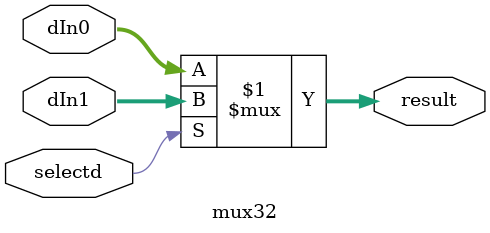
<source format=v>
`timescale 1ns / 1ps
module mux32 (result, dIn0, dIn1, selectd);
	output wire [31:0] result;
	input [31:0] dIn0, dIn1;
	input selectd;

	assign result = selectd ? dIn1 : dIn0;
	
endmodule
</source>
